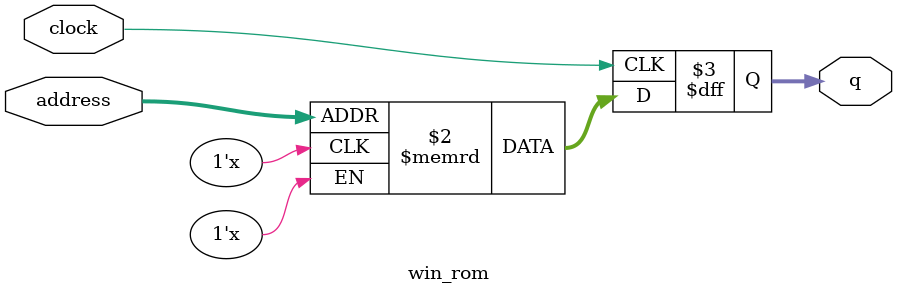
<source format=sv>
module win_rom (
	input logic clock,
	input logic [14:0] address,
	output logic [1:0] q
);

logic [1:0] memory [0:19199] /* synthesis ram_init_file = "./win/win.COE" */;

always_ff @ (posedge clock) begin
	q <= memory[address];
end

endmodule

</source>
